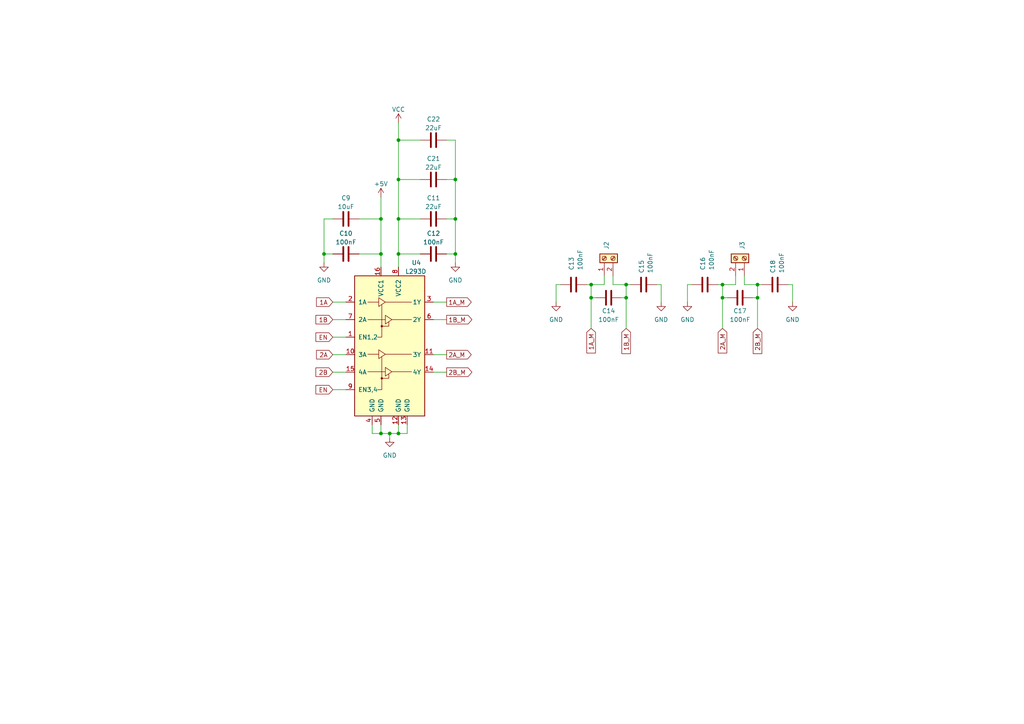
<source format=kicad_sch>
(kicad_sch (version 20230121) (generator eeschema)
  (paper "A4")
  (lib_symbols
    (symbol "Connector:Screw_Terminal_01x02" (pin_names (offset 1.016) hide)
      (property "Reference" "J" (at 0 2.54 0))
      (property "Value" "Screw_Terminal_01x02" (at 0 -5.08 0))
      (symbol "Screw_Terminal_01x02_1_1"
        (rectangle (start -1.27 1.27) (end 1.27 -3.81) (stroke (width 0.254)) (fill (type background)))
        (circle (center 0 -2.54) (radius 0.635) (stroke (width 0.1524)))
        (polyline (pts (xy -0.5334 -2.2098) (xy 0.3302 -3.048)) (stroke (width 0.1524)))
        (polyline (pts (xy -0.5334 0.3302) (xy 0.3302 -0.508)) (stroke (width 0.1524)))
        (polyline (pts (xy -0.3556 -2.032) (xy 0.508 -2.8702)) (stroke (width 0.1524)))
        (polyline (pts (xy -0.3556 0.508) (xy 0.508 -0.3302)) (stroke (width 0.1524)))
        (circle (center 0 0) (radius 0.635) (stroke (width 0.1524)))
        (pin passive line (at -5.08 0 0) (length 3.81) (name "Pin_1") (number "1"))
        (pin passive line (at -5.08 -2.54 0) (length 3.81) (name "Pin_2") (number "2"))
      )
    )
    (symbol "Device:C" (pin_numbers hide) (pin_names (offset 0.254))
      (property "Reference" "C" (at 0.635 2.54 0))
      (property "Value" "C" (at 0.635 -2.54 0))
      (symbol "C_0_1"
        (polyline (pts (xy -2.032 -0.762) (xy 2.032 -0.762)) (stroke (width 0.508)))
        (polyline (pts (xy -2.032 0.762) (xy 2.032 0.762)) (stroke (width 0.508)))
      )
      (symbol "C_1_1"
        (pin passive line (at 0 3.81 270) (length 2.794) (name "~") (number "1"))
        (pin passive line (at 0 -3.81 90) (length 2.794) (name "~") (number "2"))
      )
    )
    (symbol "Driver_Motor:L293D" (pin_names (offset 1.016))
      (property "Reference" "U" (at -5.08 26.035 0))
      (property "Value" "L293D" (at -5.08 24.13 0))
      (symbol "L293D_0_1"
        (rectangle (start -10.16 22.86) (end 10.16 -17.78) (stroke (width 0.254)) (fill (type background)))
        (circle (center -2.286 -6.858) (radius 0.254) (fill (type outline)))
        (circle (center -2.286 8.255) (radius 0.254) (fill (type outline)))
        (polyline (pts (xy -6.35 -4.953) (xy -1.27 -4.953)))
        (polyline (pts (xy -6.35 0.127) (xy -3.175 0.127)))
        (polyline (pts (xy -6.35 10.16) (xy -1.27 10.16)))
        (polyline (pts (xy -6.35 15.24) (xy -3.175 15.24)))
        (polyline (pts (xy -1.27 0.127) (xy 6.35 0.127)))
        (polyline (pts (xy -1.27 15.24) (xy 6.35 15.24)))
        (polyline (pts (xy 0.635 -4.953) (xy 6.35 -4.953)))
        (polyline (pts (xy 0.635 10.16) (xy 6.35 10.16)))
        (polyline (pts (xy -2.286 -6.858) (xy -0.254 -6.858) (xy -0.254 -5.588)))
        (polyline (pts (xy -2.286 -0.635) (xy -2.286 -10.16) (xy -3.556 -10.16)))
        (polyline (pts (xy -2.286 8.255) (xy -0.254 8.255) (xy -0.254 9.525)))
        (polyline (pts (xy -2.286 14.478) (xy -2.286 5.08) (xy -3.556 5.08)))
        (polyline (pts (xy -3.175 1.397) (xy -3.175 -1.143) (xy -1.27 0.127) (xy -3.175 1.397)))
        (polyline (pts (xy -3.175 16.51) (xy -3.175 13.97) (xy -1.27 15.24) (xy -3.175 16.51)))
        (polyline (pts (xy -1.27 -3.683) (xy -1.27 -6.223) (xy 0.635 -4.953) (xy -1.27 -3.683)))
        (polyline (pts (xy -1.27 11.43) (xy -1.27 8.89) (xy 0.635 10.16) (xy -1.27 11.43)))
      )
      (symbol "L293D_1_1"
        (pin input line (at -12.7 5.08 0) (length 2.54) (name "EN1,2") (number "1"))
        (pin input line (at -12.7 0 0) (length 2.54) (name "3A") (number "10"))
        (pin output line (at 12.7 0 180) (length 2.54) (name "3Y") (number "11"))
        (pin power_in line (at 2.54 -20.32 90) (length 2.54) (name "GND") (number "12"))
        (pin power_in line (at 5.08 -20.32 90) (length 2.54) (name "GND") (number "13"))
        (pin output line (at 12.7 -5.08 180) (length 2.54) (name "4Y") (number "14"))
        (pin input line (at -12.7 -5.08 0) (length 2.54) (name "4A") (number "15"))
        (pin power_in line (at -2.54 25.4 270) (length 2.54) (name "VCC1") (number "16"))
        (pin input line (at -12.7 15.24 0) (length 2.54) (name "1A") (number "2"))
        (pin output line (at 12.7 15.24 180) (length 2.54) (name "1Y") (number "3"))
        (pin power_in line (at -5.08 -20.32 90) (length 2.54) (name "GND") (number "4"))
        (pin power_in line (at -2.54 -20.32 90) (length 2.54) (name "GND") (number "5"))
        (pin output line (at 12.7 10.16 180) (length 2.54) (name "2Y") (number "6"))
        (pin input line (at -12.7 10.16 0) (length 2.54) (name "2A") (number "7"))
        (pin power_in line (at 2.54 25.4 270) (length 2.54) (name "VCC2") (number "8"))
        (pin input line (at -12.7 -10.16 0) (length 2.54) (name "EN3,4") (number "9"))
      )
    )
    (symbol "power:+5V" (power) (pin_names (offset 0))
      (property "Value" "+5V" (at 0 3.556 0))
      (symbol "+5V_0_1"
        (polyline (pts (xy -0.762 1.27) (xy 0 2.54)))
        (polyline (pts (xy 0 0) (xy 0 2.54)))
        (polyline (pts (xy 0 2.54) (xy 0.762 1.27)))
      )
      (symbol "+5V_1_1"
        (pin power_in line (at 0 0 90) (length 0) hide (name "+5V") (number "1"))
      )
    )
    (symbol "power:GND" (power) (pin_names (offset 0))
      (property "Value" "GND" (at 0 -3.81 0))
      (symbol "GND_0_1"
        (polyline (pts (xy 0 0) (xy 0 -1.27) (xy 1.27 -1.27) (xy 0 -2.54) (xy -1.27 -1.27) (xy 0 -1.27)))
      )
      (symbol "GND_1_1"
        (pin power_in line (at 0 0 270) (length 0) hide (name "GND") (number "1"))
      )
    )
    (symbol "power:VCC" (power) (pin_names (offset 0))
      (property "Value" "VCC" (at 0 3.81 0))
      (symbol "VCC_0_1"
        (polyline (pts (xy -0.762 1.27) (xy 0 2.54)))
        (polyline (pts (xy 0 0) (xy 0 2.54)))
        (polyline (pts (xy 0 2.54) (xy 0.762 1.27)))
      )
      (symbol "VCC_1_1"
        (pin power_in line (at 0 0 90) (length 0) hide (name "VCC") (number "1"))
      )
    )
  )
  (junction (at 115.57 73.66))
  (junction (at 110.49 125.73))
  (junction (at 171.45 86.36))
  (junction (at 115.57 52.07))
  (junction (at 209.55 86.36))
  (junction (at 132.08 63.5))
  (junction (at 113.03 125.73))
  (junction (at 181.61 82.55))
  (junction (at 110.49 63.5))
  (junction (at 171.45 82.55))
  (junction (at 132.08 52.07))
  (junction (at 115.57 40.64))
  (junction (at 209.55 82.55))
  (junction (at 115.57 63.5))
  (junction (at 93.98 73.66))
  (junction (at 110.49 73.66))
  (junction (at 132.08 73.66))
  (junction (at 219.71 86.36))
  (junction (at 115.57 125.73))
  (junction (at 219.71 82.55))
  (junction (at 181.61 86.36))
  (wire (pts (xy 107.95 125.73) (xy 110.49 125.73)))
  (wire (pts (xy 218.44 86.36) (xy 219.71 86.36)))
  (wire (pts (xy 96.52 102.87) (xy 100.33 102.87)))
  (wire (pts (xy 208.28 82.55) (xy 209.55 82.55)))
  (wire (pts (xy 93.98 76.2) (xy 93.98 73.66)))
  (wire (pts (xy 171.45 86.36) (xy 171.45 95.25)))
  (wire (pts (xy 115.57 40.64) (xy 115.57 52.07)))
  (wire (pts (xy 209.55 82.55) (xy 213.36 82.55)))
  (wire (pts (xy 215.9 82.55) (xy 219.71 82.55)))
  (wire (pts (xy 115.57 63.5) (xy 121.92 63.5)))
  (wire (pts (xy 129.54 73.66) (xy 132.08 73.66)))
  (wire (pts (xy 219.71 86.36) (xy 219.71 95.25)))
  (wire (pts (xy 115.57 40.64) (xy 121.92 40.64)))
  (wire (pts (xy 125.73 92.71) (xy 129.54 92.71)))
  (wire (pts (xy 93.98 63.5) (xy 93.98 73.66)))
  (wire (pts (xy 215.9 80.01) (xy 215.9 82.55)))
  (wire (pts (xy 129.54 52.07) (xy 132.08 52.07)))
  (wire (pts (xy 115.57 63.5) (xy 115.57 73.66)))
  (wire (pts (xy 110.49 125.73) (xy 113.03 125.73)))
  (wire (pts (xy 199.39 82.55) (xy 200.66 82.55)))
  (wire (pts (xy 161.29 82.55) (xy 162.56 82.55)))
  (wire (pts (xy 177.8 82.55) (xy 181.61 82.55)))
  (wire (pts (xy 104.14 63.5) (xy 110.49 63.5)))
  (wire (pts (xy 93.98 73.66) (xy 96.52 73.66)))
  (wire (pts (xy 115.57 125.73) (xy 113.03 125.73)))
  (wire (pts (xy 96.52 97.79) (xy 100.33 97.79)))
  (wire (pts (xy 180.34 86.36) (xy 181.61 86.36)))
  (wire (pts (xy 210.82 86.36) (xy 209.55 86.36)))
  (wire (pts (xy 229.87 82.55) (xy 228.6 82.55)))
  (wire (pts (xy 125.73 87.63) (xy 129.54 87.63)))
  (wire (pts (xy 104.14 73.66) (xy 110.49 73.66)))
  (wire (pts (xy 181.61 86.36) (xy 181.61 82.55)))
  (wire (pts (xy 171.45 82.55) (xy 175.26 82.55)))
  (wire (pts (xy 132.08 40.64) (xy 132.08 52.07)))
  (wire (pts (xy 115.57 52.07) (xy 121.92 52.07)))
  (wire (pts (xy 181.61 86.36) (xy 181.61 95.25)))
  (wire (pts (xy 175.26 80.01) (xy 175.26 82.55)))
  (wire (pts (xy 115.57 52.07) (xy 115.57 63.5)))
  (wire (pts (xy 213.36 80.01) (xy 213.36 82.55)))
  (wire (pts (xy 115.57 123.19) (xy 115.57 125.73)))
  (wire (pts (xy 132.08 63.5) (xy 132.08 73.66)))
  (wire (pts (xy 132.08 73.66) (xy 132.08 76.2)))
  (wire (pts (xy 96.52 113.03) (xy 100.33 113.03)))
  (wire (pts (xy 161.29 87.63) (xy 161.29 82.55)))
  (wire (pts (xy 96.52 63.5) (xy 93.98 63.5)))
  (wire (pts (xy 107.95 123.19) (xy 107.95 125.73)))
  (wire (pts (xy 199.39 87.63) (xy 199.39 82.55)))
  (wire (pts (xy 219.71 82.55) (xy 219.71 86.36)))
  (wire (pts (xy 219.71 82.55) (xy 220.98 82.55)))
  (wire (pts (xy 110.49 123.19) (xy 110.49 125.73)))
  (wire (pts (xy 170.18 82.55) (xy 171.45 82.55)))
  (wire (pts (xy 118.11 123.19) (xy 118.11 125.73)))
  (wire (pts (xy 191.77 82.55) (xy 190.5 82.55)))
  (wire (pts (xy 129.54 40.64) (xy 132.08 40.64)))
  (wire (pts (xy 209.55 86.36) (xy 209.55 95.25)))
  (wire (pts (xy 181.61 82.55) (xy 182.88 82.55)))
  (wire (pts (xy 129.54 63.5) (xy 132.08 63.5)))
  (wire (pts (xy 115.57 73.66) (xy 115.57 77.47)))
  (wire (pts (xy 171.45 86.36) (xy 171.45 82.55)))
  (wire (pts (xy 110.49 57.15) (xy 110.49 63.5)))
  (wire (pts (xy 113.03 125.73) (xy 113.03 127)))
  (wire (pts (xy 96.52 92.71) (xy 100.33 92.71)))
  (wire (pts (xy 132.08 52.07) (xy 132.08 63.5)))
  (wire (pts (xy 110.49 63.5) (xy 110.49 73.66)))
  (wire (pts (xy 177.8 80.01) (xy 177.8 82.55)))
  (wire (pts (xy 110.49 73.66) (xy 110.49 77.47)))
  (wire (pts (xy 115.57 35.56) (xy 115.57 40.64)))
  (wire (pts (xy 229.87 87.63) (xy 229.87 82.55)))
  (wire (pts (xy 96.52 107.95) (xy 100.33 107.95)))
  (wire (pts (xy 115.57 73.66) (xy 121.92 73.66)))
  (wire (pts (xy 96.52 87.63) (xy 100.33 87.63)))
  (wire (pts (xy 191.77 87.63) (xy 191.77 82.55)))
  (wire (pts (xy 125.73 102.87) (xy 129.54 102.87)))
  (wire (pts (xy 172.72 86.36) (xy 171.45 86.36)))
  (wire (pts (xy 125.73 107.95) (xy 129.54 107.95)))
  (wire (pts (xy 209.55 82.55) (xy 209.55 86.36)))
  (wire (pts (xy 118.11 125.73) (xy 115.57 125.73)))
  (global_label "2B_M" (shape output) (at 129.54 107.95 0) (property "Intersheetrefs" "${INTERSHEET_REFS}" (effects hide)))
  (global_label "1A_M" (shape input) (at 171.45 95.25 270) (property "Intersheetrefs" "${INTERSHEET_REFS}" (effects hide)))
  (global_label "2B_M" (shape input) (at 219.71 95.25 270) (property "Intersheetrefs" "${INTERSHEET_REFS}" (effects hide)))
  (global_label "1A" (shape input) (at 96.52 87.63 180) (property "Intersheetrefs" "${INTERSHEET_REFS}" (effects hide)))
  (global_label "1B" (shape input) (at 96.52 92.71 180) (property "Intersheetrefs" "${INTERSHEET_REFS}" (effects hide)))
  (global_label "2A_M" (shape output) (at 129.54 102.87 0) (property "Intersheetrefs" "${INTERSHEET_REFS}" (effects hide)))
  (global_label "2A" (shape input) (at 96.52 102.87 180) (property "Intersheetrefs" "${INTERSHEET_REFS}" (effects hide)))
  (global_label "1A_M" (shape output) (at 129.54 87.63 0) (property "Intersheetrefs" "${INTERSHEET_REFS}" (effects hide)))
  (global_label "2A_M" (shape input) (at 209.55 95.25 270) (property "Intersheetrefs" "${INTERSHEET_REFS}" (effects hide)))
  (global_label "1B_M" (shape input) (at 181.61 95.25 270) (property "Intersheetrefs" "${INTERSHEET_REFS}" (effects hide)))
  (global_label "EN" (shape input) (at 96.52 97.79 180) (property "Intersheetrefs" "${INTERSHEET_REFS}" (effects hide)))
  (global_label "EN" (shape input) (at 96.52 113.03 180) (property "Intersheetrefs" "${INTERSHEET_REFS}" (effects hide)))
  (global_label "1B_M" (shape output) (at 129.54 92.71 0) (property "Intersheetrefs" "${INTERSHEET_REFS}" (effects hide)))
  (global_label "2B" (shape input) (at 96.52 107.95 180) (property "Intersheetrefs" "${INTERSHEET_REFS}" (effects hide)))
  (symbol (lib_id "power:GND") (at 132.08 76.2 0) (unit 1)
    (property "Reference" "#PWR016" (effects hide))
    (property "Value" "GND" (at 132.08 81.28 0))
    (instances (project "Motherboard" (path "" (reference "#PWR016") (unit 1))) (project "Linefollower" (path "" (reference "#PWR047") (unit 1))))
  )
  (symbol (lib_id "Device:C") (at 186.69 82.55 90) (unit 1)
    (property "Reference" "C15" (at 186.055 79.2835 0) (effects (justify left)))
    (property "Value" "100nF" (at 188.595 79.2835 0) (effects (justify left)))
    (property "Footprint" "Capacitor_SMD:C_1206_3216Metric" (effects hide))
    (instances (project "Motherboard" (path "" (reference "C15") (unit 1))) (project "Linefollower" (path "" (reference "C5") (unit 1)) (path "" (reference "C16") (unit 1))))
  )
  (symbol (lib_id "Device:C") (at 224.79 82.55 90) (unit 1)
    (property "Reference" "C18" (at 224.155 79.2835 0) (effects (justify left)))
    (property "Value" "100nF" (at 226.695 79.2835 0) (effects (justify left)))
    (property "Footprint" "Capacitor_SMD:C_1206_3216Metric" (effects hide))
    (instances (project "Motherboard" (path "" (reference "C18") (unit 1))) (project "Linefollower" (path "" (reference "C5") (unit 1)) (path "" (reference "C14") (unit 1))))
  )
  (symbol (lib_id "power:GND") (at 93.98 76.2 0) (unit 1)
    (property "Reference" "#PWR012" (effects hide))
    (property "Value" "GND" (at 93.98 81.28 0))
    (instances (project "Motherboard" (path "" (reference "#PWR012") (unit 1))) (project "Linefollower" (path "" (reference "#PWR046") (unit 1))))
  )
  (symbol (lib_id "Device:C") (at 166.37 82.55 90) (unit 1)
    (property "Reference" "C13" (at 165.735 78.4086 0) (effects (justify left)))
    (property "Value" "100nF" (at 168.275 78.4086 0) (effects (justify left)))
    (property "Footprint" "Capacitor_SMD:C_1206_3216Metric" (effects hide))
    (instances (project "Motherboard" (path "" (reference "C13") (unit 1))) (project "Linefollower" (path "" (reference "C5") (unit 1)) (path "" (reference "C15") (unit 1))))
  )
  (symbol (lib_id "power:VCC") (at 115.57 35.56 0) (unit 1)
    (property "Reference" "#PWR015" (effects hide))
    (property "Value" "VCC" (at 115.57 31.75 0))
    (instances (project "Motherboard" (path "" (reference "#PWR015") (unit 1))) (project "Linefollower" (path "" (reference "#PWR037") (unit 1)) (path "" (reference "#PWR043") (unit 1))))
  )
  (symbol (lib_id "power:GND") (at 161.29 87.63 0) (unit 1)
    (property "Reference" "#PWR017" (effects hide))
    (property "Value" "GND" (at 161.29 92.71 0))
    (instances (project "Motherboard" (path "" (reference "#PWR017") (unit 1))) (project "Linefollower" (path "" (reference "#PWR048") (unit 1))))
  )
  (symbol (lib_id "Device:C") (at 125.73 73.66 90) (unit 1)
    (property "Reference" "C12" (at 125.73 67.706 90))
    (property "Value" "100nF" (at 125.73 70.246 90))
    (property "Footprint" "Capacitor_SMD:C_1206_3216Metric" (effects hide))
    (instances (project "Motherboard" (path "" (reference "C12") (unit 1))) (project "Linefollower" (path "" (reference "C5") (unit 1)) (path "" (reference "C8") (unit 1))))
  )
  (symbol (lib_id "Device:C") (at 125.73 40.64 90) (unit 1)
    (property "Reference" "C22" (at 125.73 34.5709 90))
    (property "Value" "22uF" (at 125.73 37.1109 90))
    (property "Footprint" "Capacitor_SMD:C_1206_3216Metric" (effects hide))
    (instances (project "Motherboard" (path "" (reference "C22") (unit 1))) (project "Linefollower" (path "" (reference "C1") (unit 1)) (path "" (reference "C10") (unit 1))))
  )
  (symbol (lib_id "power:+5V") (at 110.49 57.15 0) (unit 1)
    (property "Reference" "#PWR013" (effects hide))
    (property "Value" "+5V" (at 110.49 53.34 0))
    (instances (project "Motherboard" (path "" (reference "#PWR013") (unit 1))) (project "Linefollower" (path "" (reference "#PWR042") (unit 1)) (path "" (reference "#PWR044") (unit 1))))
  )
  (symbol (lib_id "Device:C") (at 100.33 63.5 90) (unit 1)
    (property "Reference" "C9" (at 100.33 57.4309 90))
    (property "Value" "10uF" (at 100.33 59.9709 90))
    (property "Footprint" "Capacitor_SMD:C_1206_3216Metric" (effects hide))
    (instances (project "Motherboard" (path "" (reference "C9") (unit 1))) (project "Linefollower" (path "" (reference "C1") (unit 1)) (path "" (reference "C9") (unit 1))))
  )
  (symbol (lib_id "Connector:Screw_Terminal_01x02") (at 175.26 74.93 90) (unit 1)
    (property "Reference" "J2" (at 175.895 72.39 0) (effects (justify left)))
    (property "Value" "Screw_Terminal_01x02" (effects hide))
    (property "Footprint" "AA_Connectors:Pollolu_motor_goldpin" (effects hide))
    (instances (project "Motherboard" (path "" (reference "J2") (unit 1))) (project "Linefollower" (path "" (reference "J1") (unit 1)) (path "" (reference "J1") (unit 1))))
  )
  (symbol (lib_id "power:GND") (at 199.39 87.63 0) (unit 1)
    (property "Reference" "#PWR019" (effects hide))
    (property "Value" "GND" (at 199.39 92.71 0))
    (instances (project "Motherboard" (path "" (reference "#PWR019") (unit 1))) (project "Linefollower" (path "" (reference "#PWR050") (unit 1))))
  )
  (symbol (lib_id "Device:C") (at 204.47 82.55 90) (unit 1)
    (property "Reference" "C16" (at 203.835 78.4086 0) (effects (justify left)))
    (property "Value" "100nF" (at 206.375 78.4086 0) (effects (justify left)))
    (property "Footprint" "Capacitor_SMD:C_1206_3216Metric" (effects hide))
    (instances (project "Motherboard" (path "" (reference "C16") (unit 1))) (project "Linefollower" (path "" (reference "C5") (unit 1)) (path "" (reference "C13") (unit 1))))
  )
  (symbol (lib_id "Device:C") (at 214.63 86.36 270) (unit 1)
    (property "Reference" "C17" (at 214.63 90.17 90))
    (property "Value" "100nF" (at 214.63 92.71 90))
    (property "Footprint" "Capacitor_SMD:C_1206_3216Metric" (effects hide))
    (instances (project "Motherboard" (path "" (reference "C17") (unit 1))) (project "Linefollower" (path "" (reference "C5") (unit 1)) (path "" (reference "C18") (unit 1))))
  )
  (symbol (lib_id "Device:C") (at 125.73 52.07 90) (unit 1)
    (property "Reference" "C21" (at 125.73 46.0009 90))
    (property "Value" "22uF" (at 125.73 48.5409 90))
    (property "Footprint" "Capacitor_SMD:C_1206_3216Metric" (effects hide))
    (instances (project "Motherboard" (path "" (reference "C21") (unit 1))) (project "Linefollower" (path "" (reference "C1") (unit 1)) (path "" (reference "C10") (unit 1))))
  )
  (symbol (lib_id "Device:C") (at 176.53 86.36 270) (unit 1)
    (property "Reference" "C14" (at 176.53 90.17 90))
    (property "Value" "100nF" (at 176.53 92.71 90))
    (property "Footprint" "Capacitor_SMD:C_1206_3216Metric" (effects hide))
    (instances (project "Motherboard" (path "" (reference "C14") (unit 1))) (project "Linefollower" (path "" (reference "C5") (unit 1)) (path "" (reference "C17") (unit 1))))
  )
  (symbol (lib_id "Device:C") (at 100.33 73.66 90) (unit 1)
    (property "Reference" "C10" (at 100.33 67.706 90))
    (property "Value" "100nF" (at 100.33 70.246 90))
    (property "Footprint" "Capacitor_SMD:C_1206_3216Metric" (effects hide))
    (instances (project "Motherboard" (path "" (reference "C10") (unit 1))) (project "Linefollower" (path "" (reference "C5") (unit 1)) (path "" (reference "C7") (unit 1))))
  )
  (symbol (lib_id "Device:C") (at 125.73 63.5 90) (unit 1)
    (property "Reference" "C11" (at 125.73 57.4309 90))
    (property "Value" "22uF" (at 125.73 59.9709 90))
    (property "Footprint" "Capacitor_SMD:C_1206_3216Metric" (effects hide))
    (instances (project "Motherboard" (path "" (reference "C11") (unit 1))) (project "Linefollower" (path "" (reference "C1") (unit 1)) (path "" (reference "C10") (unit 1))))
  )
  (symbol (lib_id "power:GND") (at 229.87 87.63 0) (unit 1)
    (property "Reference" "#PWR020" (effects hide))
    (property "Value" "GND" (at 229.87 92.71 0))
    (instances (project "Motherboard" (path "" (reference "#PWR020") (unit 1))) (project "Linefollower" (path "" (reference "#PWR051") (unit 1))))
  )
  (symbol (lib_id "Connector:Screw_Terminal_01x02") (at 215.9 74.93 270) (mirror x) (unit 1)
    (property "Reference" "J3" (at 215.265 72.39 0) (effects (justify left)))
    (property "Value" "Screw_Terminal_01x02" (effects hide))
    (property "Footprint" "AA_Connectors:Pollolu_motor_goldpin" (effects hide))
    (instances (project "Motherboard" (path "" (reference "J3") (unit 1))) (project "Linefollower" (path "" (reference "J1") (unit 1)) (path "" (reference "J2") (unit 1))))
  )
  (symbol (lib_id "power:GND") (at 113.03 127 0) (unit 1)
    (property "Reference" "#PWR014" (effects hide))
    (property "Value" "GND" (at 113.03 132.08 0))
    (instances (project "Motherboard" (path "" (reference "#PWR014") (unit 1))) (project "Linefollower" (path "" (reference "#PWR045") (unit 1))))
  )
  (symbol (lib_id "power:GND") (at 191.77 87.63 0) (unit 1)
    (property "Reference" "#PWR018" (effects hide))
    (property "Value" "GND" (at 191.77 92.71 0))
    (instances (project "Motherboard" (path "" (reference "#PWR018") (unit 1))) (project "Linefollower" (path "" (reference "#PWR049") (unit 1))))
  )
  (symbol (lib_id "Driver_Motor:L293D") (at 113.03 102.87 0) (unit 1)
    (property "Reference" "U4" (at 119.38 76.2 0) (effects (justify left)))
    (property "Value" "L293D" (at 117.5259 78.74 0) (effects (justify left)))
    (property "Footprint" "Package_DIP:DIP-16_W7.62mm" (effects hide))
    (property "Datasheet" "http://www.ti.com/lit/ds/symlink/l293.pdf" (effects hide))
    (instances (project "Motherboard" (path "" (reference "U4") (unit 1))) (project "Linefollower" (path "" (reference "U3") (unit 1)) (path "" (reference "U3") (unit 1))))
  )
)
</source>
